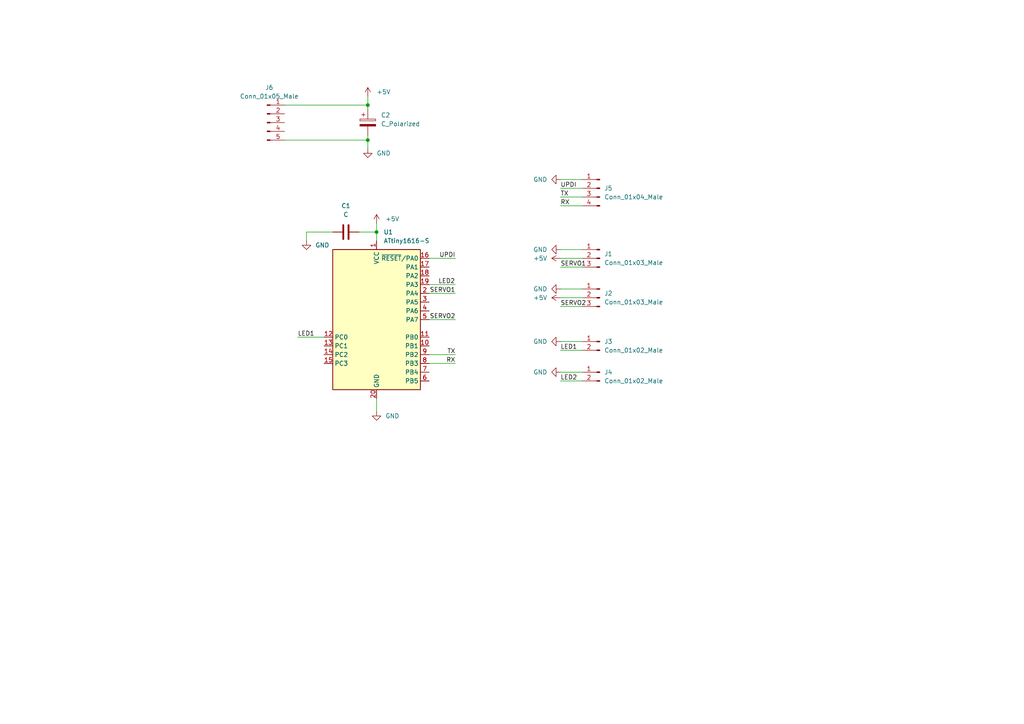
<source format=kicad_sch>
(kicad_sch (version 20211123) (generator eeschema)
  (paper "A4")
  (lib_symbols
    (symbol "Connector:Conn_01x02_Male" (pin_names (offset 1.016) hide)
      (property "Reference" "J" (at 0 2.54 0))
      (property "Value" "Conn_01x02_Male" (at 0 -5.08 0))
      (symbol "Conn_01x02_Male_1_1"
        (polyline (pts (xy 1.27 -2.54) (xy 0.8636 -2.54)) (stroke (width 0.1524)))
        (polyline (pts (xy 1.27 0) (xy 0.8636 0)) (stroke (width 0.1524)))
        (rectangle (start 0.8636 -2.413) (end 0 -2.667) (stroke (width 0.1524)) (fill (type outline)))
        (rectangle (start 0.8636 0.127) (end 0 -0.127) (stroke (width 0.1524)) (fill (type outline)))
        (pin passive line (at 5.08 0 180) (length 3.81) (name "Pin_1") (number "1"))
        (pin passive line (at 5.08 -2.54 180) (length 3.81) (name "Pin_2") (number "2"))
      )
    )
    (symbol "Connector:Conn_01x03_Male" (pin_names (offset 1.016) hide)
      (property "Reference" "J" (at 0 5.08 0))
      (property "Value" "Conn_01x03_Male" (at 0 -5.08 0))
      (symbol "Conn_01x03_Male_1_1"
        (polyline (pts (xy 1.27 -2.54) (xy 0.8636 -2.54)) (stroke (width 0.1524)))
        (polyline (pts (xy 1.27 0) (xy 0.8636 0)) (stroke (width 0.1524)))
        (polyline (pts (xy 1.27 2.54) (xy 0.8636 2.54)) (stroke (width 0.1524)))
        (rectangle (start 0.8636 -2.413) (end 0 -2.667) (stroke (width 0.1524)) (fill (type outline)))
        (rectangle (start 0.8636 0.127) (end 0 -0.127) (stroke (width 0.1524)) (fill (type outline)))
        (rectangle (start 0.8636 2.667) (end 0 2.413) (stroke (width 0.1524)) (fill (type outline)))
        (pin passive line (at 5.08 2.54 180) (length 3.81) (name "Pin_1") (number "1"))
        (pin passive line (at 5.08 0 180) (length 3.81) (name "Pin_2") (number "2"))
        (pin passive line (at 5.08 -2.54 180) (length 3.81) (name "Pin_3") (number "3"))
      )
    )
    (symbol "Connector:Conn_01x04_Male" (pin_names (offset 1.016) hide)
      (property "Reference" "J" (at 0 5.08 0))
      (property "Value" "Conn_01x04_Male" (at 0 -7.62 0))
      (symbol "Conn_01x04_Male_1_1"
        (polyline (pts (xy 1.27 -5.08) (xy 0.8636 -5.08)) (stroke (width 0.1524)))
        (polyline (pts (xy 1.27 -2.54) (xy 0.8636 -2.54)) (stroke (width 0.1524)))
        (polyline (pts (xy 1.27 0) (xy 0.8636 0)) (stroke (width 0.1524)))
        (polyline (pts (xy 1.27 2.54) (xy 0.8636 2.54)) (stroke (width 0.1524)))
        (rectangle (start 0.8636 -4.953) (end 0 -5.207) (stroke (width 0.1524)) (fill (type outline)))
        (rectangle (start 0.8636 -2.413) (end 0 -2.667) (stroke (width 0.1524)) (fill (type outline)))
        (rectangle (start 0.8636 0.127) (end 0 -0.127) (stroke (width 0.1524)) (fill (type outline)))
        (rectangle (start 0.8636 2.667) (end 0 2.413) (stroke (width 0.1524)) (fill (type outline)))
        (pin passive line (at 5.08 2.54 180) (length 3.81) (name "Pin_1") (number "1"))
        (pin passive line (at 5.08 0 180) (length 3.81) (name "Pin_2") (number "2"))
        (pin passive line (at 5.08 -2.54 180) (length 3.81) (name "Pin_3") (number "3"))
        (pin passive line (at 5.08 -5.08 180) (length 3.81) (name "Pin_4") (number "4"))
      )
    )
    (symbol "Connector:Conn_01x05_Male" (pin_names (offset 1.016) hide)
      (property "Reference" "J" (at 0 7.62 0))
      (property "Value" "Conn_01x05_Male" (at 0 -7.62 0))
      (symbol "Conn_01x05_Male_1_1"
        (polyline (pts (xy 1.27 -5.08) (xy 0.8636 -5.08)) (stroke (width 0.1524)))
        (polyline (pts (xy 1.27 -2.54) (xy 0.8636 -2.54)) (stroke (width 0.1524)))
        (polyline (pts (xy 1.27 0) (xy 0.8636 0)) (stroke (width 0.1524)))
        (polyline (pts (xy 1.27 2.54) (xy 0.8636 2.54)) (stroke (width 0.1524)))
        (polyline (pts (xy 1.27 5.08) (xy 0.8636 5.08)) (stroke (width 0.1524)))
        (rectangle (start 0.8636 -4.953) (end 0 -5.207) (stroke (width 0.1524)) (fill (type outline)))
        (rectangle (start 0.8636 -2.413) (end 0 -2.667) (stroke (width 0.1524)) (fill (type outline)))
        (rectangle (start 0.8636 0.127) (end 0 -0.127) (stroke (width 0.1524)) (fill (type outline)))
        (rectangle (start 0.8636 2.667) (end 0 2.413) (stroke (width 0.1524)) (fill (type outline)))
        (rectangle (start 0.8636 5.207) (end 0 4.953) (stroke (width 0.1524)) (fill (type outline)))
        (pin passive line (at 5.08 5.08 180) (length 3.81) (name "Pin_1") (number "1"))
        (pin passive line (at 5.08 2.54 180) (length 3.81) (name "Pin_2") (number "2"))
        (pin passive line (at 5.08 0 180) (length 3.81) (name "Pin_3") (number "3"))
        (pin passive line (at 5.08 -2.54 180) (length 3.81) (name "Pin_4") (number "4"))
        (pin passive line (at 5.08 -5.08 180) (length 3.81) (name "Pin_5") (number "5"))
      )
    )
    (symbol "Device:C" (pin_numbers hide) (pin_names (offset 0.254))
      (property "Reference" "C" (at 0.635 2.54 0))
      (property "Value" "C" (at 0.635 -2.54 0))
      (symbol "C_0_1"
        (polyline (pts (xy -2.032 -0.762) (xy 2.032 -0.762)) (stroke (width 0.508)))
        (polyline (pts (xy -2.032 0.762) (xy 2.032 0.762)) (stroke (width 0.508)))
      )
      (symbol "C_1_1"
        (pin passive line (at 0 3.81 270) (length 2.794) (name "~") (number "1"))
        (pin passive line (at 0 -3.81 90) (length 2.794) (name "~") (number "2"))
      )
    )
    (symbol "Device:C_Polarized" (pin_numbers hide) (pin_names (offset 0.254))
      (property "Reference" "C" (at 0.635 2.54 0))
      (property "Value" "C_Polarized" (at 0.635 -2.54 0))
      (symbol "C_Polarized_0_1"
        (rectangle (start -2.286 0.508) (end 2.286 1.016))
        (polyline (pts (xy -1.778 2.286) (xy -0.762 2.286)))
        (polyline (pts (xy -1.27 2.794) (xy -1.27 1.778)))
        (rectangle (start 2.286 -0.508) (end -2.286 -1.016) (fill (type outline)))
      )
      (symbol "C_Polarized_1_1"
        (pin passive line (at 0 3.81 270) (length 2.794) (name "~") (number "1"))
        (pin passive line (at 0 -3.81 90) (length 2.794) (name "~") (number "2"))
      )
    )
    (symbol "MCU_Microchip_ATtiny:ATtiny1616-S"
      (property "Reference" "U" (at -12.7 21.59 0))
      (property "Value" "ATtiny1616-S" (at 2.54 -21.59 0))
      (symbol "ATtiny1616-S_0_1"
        (rectangle (start -12.7 -20.32) (end 12.7 20.32) (stroke (width 0.254)) (fill (type background)))
      )
      (symbol "ATtiny1616-S_1_1"
        (pin power_in line (at 0 22.86 270) (length 2.54) (name "VCC") (number "1"))
        (pin bidirectional line (at 15.24 -7.62 180) (length 2.54) (name "PB1") (number "10"))
        (pin bidirectional line (at 15.24 -5.08 180) (length 2.54) (name "PB0") (number "11"))
        (pin bidirectional line (at -15.24 -5.08 0) (length 2.54) (name "PC0") (number "12"))
        (pin bidirectional line (at -15.24 -7.62 0) (length 2.54) (name "PC1") (number "13"))
        (pin bidirectional line (at -15.24 -10.16 0) (length 2.54) (name "PC2") (number "14"))
        (pin bidirectional line (at -15.24 -12.7 0) (length 2.54) (name "PC3") (number "15"))
        (pin bidirectional line (at 15.24 17.78 180) (length 2.54) (name "~{RESET}/PA0") (number "16"))
        (pin bidirectional line (at 15.24 15.24 180) (length 2.54) (name "PA1") (number "17"))
        (pin bidirectional line (at 15.24 12.7 180) (length 2.54) (name "PA2") (number "18"))
        (pin bidirectional line (at 15.24 10.16 180) (length 2.54) (name "PA3") (number "19"))
        (pin bidirectional line (at 15.24 7.62 180) (length 2.54) (name "PA4") (number "2"))
        (pin power_in line (at 0 -22.86 90) (length 2.54) (name "GND") (number "20"))
        (pin bidirectional line (at 15.24 5.08 180) (length 2.54) (name "PA5") (number "3"))
        (pin bidirectional line (at 15.24 2.54 180) (length 2.54) (name "PA6") (number "4"))
        (pin bidirectional line (at 15.24 0 180) (length 2.54) (name "PA7") (number "5"))
        (pin bidirectional line (at 15.24 -17.78 180) (length 2.54) (name "PB5") (number "6"))
        (pin bidirectional line (at 15.24 -15.24 180) (length 2.54) (name "PB4") (number "7"))
        (pin bidirectional line (at 15.24 -12.7 180) (length 2.54) (name "PB3") (number "8"))
        (pin bidirectional line (at 15.24 -10.16 180) (length 2.54) (name "PB2") (number "9"))
      )
    )
    (symbol "power:+5V" (power) (pin_names (offset 0))
      (property "Value" "+5V" (at 0 3.556 0))
      (symbol "+5V_0_1"
        (polyline (pts (xy -0.762 1.27) (xy 0 2.54)))
        (polyline (pts (xy 0 0) (xy 0 2.54)))
        (polyline (pts (xy 0 2.54) (xy 0.762 1.27)))
      )
      (symbol "+5V_1_1"
        (pin power_in line (at 0 0 90) (length 0) hide (name "+5V") (number "1"))
      )
    )
    (symbol "power:GND" (power) (pin_names (offset 0))
      (property "Value" "GND" (at 0 -3.81 0))
      (symbol "GND_0_1"
        (polyline (pts (xy 0 0) (xy 0 -1.27) (xy 1.27 -1.27) (xy 0 -2.54) (xy -1.27 -1.27) (xy 0 -1.27)))
      )
      (symbol "GND_1_1"
        (pin power_in line (at 0 0 270) (length 0) hide (name "GND") (number "1"))
      )
    )
  )
  (junction (at 109.22 67.31))
  (junction (at 106.68 30.48))
  (junction (at 106.68 40.64))
  (wire (pts (xy 106.68 40.64) (xy 106.68 43.18)))
  (wire (pts (xy 162.56 101.6) (xy 168.91 101.6)))
  (wire (pts (xy 82.55 30.48) (xy 106.68 30.48)))
  (wire (pts (xy 106.68 39.37) (xy 106.68 40.64)))
  (wire (pts (xy 162.56 83.82) (xy 168.91 83.82)))
  (wire (pts (xy 109.22 67.31) (xy 109.22 69.85)))
  (wire (pts (xy 162.56 72.39) (xy 168.91 72.39)))
  (wire (pts (xy 162.56 57.15) (xy 168.91 57.15)))
  (wire (pts (xy 162.56 52.07) (xy 168.91 52.07)))
  (wire (pts (xy 106.68 30.48) (xy 106.68 31.75)))
  (wire (pts (xy 124.46 82.55) (xy 132.08 82.55)))
  (wire (pts (xy 162.56 110.49) (xy 168.91 110.49)))
  (wire (pts (xy 162.56 86.36) (xy 168.91 86.36)))
  (wire (pts (xy 162.56 59.69) (xy 168.91 59.69)))
  (wire (pts (xy 104.14 67.31) (xy 109.22 67.31)))
  (wire (pts (xy 109.22 64.77) (xy 109.22 67.31)))
  (wire (pts (xy 162.56 107.95) (xy 168.91 107.95)))
  (wire (pts (xy 162.56 74.93) (xy 168.91 74.93)))
  (wire (pts (xy 162.56 77.47) (xy 168.91 77.47)))
  (wire (pts (xy 109.22 119.38) (xy 109.22 115.57)))
  (wire (pts (xy 124.46 105.41) (xy 132.08 105.41)))
  (wire (pts (xy 162.56 54.61) (xy 168.91 54.61)))
  (wire (pts (xy 96.52 67.31) (xy 88.9 67.31)))
  (wire (pts (xy 162.56 88.9) (xy 168.91 88.9)))
  (wire (pts (xy 162.56 99.06) (xy 168.91 99.06)))
  (wire (pts (xy 88.9 67.31) (xy 88.9 69.85)))
  (wire (pts (xy 124.46 74.93) (xy 132.08 74.93)))
  (wire (pts (xy 82.55 40.64) (xy 106.68 40.64)))
  (wire (pts (xy 124.46 92.71) (xy 132.08 92.71)))
  (wire (pts (xy 124.46 85.09) (xy 132.08 85.09)))
  (wire (pts (xy 124.46 102.87) (xy 132.08 102.87)))
  (wire (pts (xy 106.68 27.94) (xy 106.68 30.48)))
  (wire (pts (xy 86.36 97.79) (xy 93.98 97.79)))
  (label "LED2" (at 162.56 110.49 0))
  (label "SERVO1" (at 132.08 85.09 180))
  (label "TX" (at 162.56 57.15 0))
  (label "UPDI" (at 162.56 54.61 0))
  (label "LED2" (at 131.9823 82.55 180))
  (label "RX" (at 132.08 105.41 180))
  (label "LED1" (at 86.36 97.79 0))
  (label "TX" (at 132.08 102.87 180))
  (label "SERVO2" (at 132.08 92.71 180))
  (label "LED1" (at 162.56 101.6 0))
  (label "SERVO1" (at 162.56 77.47 0))
  (label "RX" (at 162.56 59.69 0))
  (label "SERVO2" (at 162.56 88.9 0))
  (label "UPDI" (at 132.08 74.93 180))
  (symbol (lib_id "power:+5V") (at 162.56 74.93 90) (unit 1)
    (property "Reference" "#PWR0109" (effects hide))
    (property "Value" "+5V" (at 158.75 74.9299 90) (effects (justify left)))
  )
  (symbol (lib_id "power:GND") (at 162.56 83.82 270) (unit 1)
    (property "Reference" "#PWR0107" (effects hide))
    (property "Value" "GND" (at 158.75 83.8199 90) (effects (justify right)))
  )
  (symbol (lib_id "power:+5V") (at 109.22 64.77 0) (unit 1)
    (property "Reference" "#PWR0103" (effects hide))
    (property "Value" "+5V" (at 111.76 63.4999 0) (effects (justify left)))
  )
  (symbol (lib_id "Connector:Conn_01x04_Male") (at 173.99 54.61 0) (mirror y) (unit 1)
    (property "Reference" "J5" (at 175.26 54.6099 0) (effects (justify right)))
    (property "Value" "Conn_01x04_Male" (at 175.26 57.1499 0) (effects (justify right)))
    (property "Footprint" "Connector_Molex:Molex_PicoBlade_53047-0410_1x04_P1.25mm_Vertical" (effects hide))
  )
  (symbol (lib_id "power:GND") (at 106.68 43.18 0) (unit 1)
    (property "Reference" "#PWR0112" (effects hide))
    (property "Value" "GND" (at 109.22 44.4499 0) (effects (justify left)))
  )
  (symbol (lib_id "power:+5V") (at 106.68 27.94 0) (unit 1)
    (property "Reference" "#PWR0111" (effects hide))
    (property "Value" "+5V" (at 109.22 26.6699 0) (effects (justify left)))
  )
  (symbol (lib_id "Connector:Conn_01x03_Male") (at 173.99 86.36 0) (mirror y) (unit 1)
    (property "Reference" "J2" (at 175.26 85.0899 0) (effects (justify right)))
    (property "Value" "Conn_01x03_Male" (at 175.26 87.6299 0) (effects (justify right)))
    (property "Footprint" "Connector_PinHeader_2.54mm:PinHeader_1x03_P2.54mm_Vertical" (effects hide))
  )
  (symbol (lib_id "Connector:Conn_01x03_Male") (at 173.99 74.93 0) (mirror y) (unit 1)
    (property "Reference" "J1" (at 175.26 73.6599 0) (effects (justify right)))
    (property "Value" "Conn_01x03_Male" (at 175.26 76.1999 0) (effects (justify right)))
    (property "Footprint" "Connector_PinHeader_2.54mm:PinHeader_1x03_P2.54mm_Vertical" (effects hide))
  )
  (symbol (lib_id "Connector:Conn_01x02_Male") (at 173.99 99.06 0) (mirror y) (unit 1)
    (property "Reference" "J3" (at 175.26 99.0599 0) (effects (justify right)))
    (property "Value" "Conn_01x02_Male" (at 175.26 101.5999 0) (effects (justify right)))
    (property "Footprint" "Connector_PinHeader_2.54mm:PinHeader_1x02_P2.54mm_Vertical" (effects hide))
  )
  (symbol (lib_id "Device:C_Polarized") (at 106.68 35.56 0) (unit 1)
    (property "Reference" "C2" (at 110.49 33.4009 0) (effects (justify left)))
    (property "Value" "C_Polarized" (at 110.49 35.9409 0) (effects (justify left)))
    (property "Footprint" "Capacitor_Tantalum_SMD:CP_EIA-6032-28_Kemet-C_Pad2.25x2.35mm_HandSolder" (effects hide))
  )
  (symbol (lib_id "Device:C") (at 100.33 67.31 90) (unit 1)
    (property "Reference" "C1" (at 100.33 59.69 90))
    (property "Value" "C" (at 100.33 62.23 90))
    (property "Footprint" "Capacitor_SMD:C_0603_1608Metric_Pad1.08x0.95mm_HandSolder" (effects hide))
  )
  (symbol (lib_id "power:GND") (at 109.22 119.38 0) (unit 1)
    (property "Reference" "#PWR0110" (effects hide))
    (property "Value" "GND" (at 111.76 120.6499 0) (effects (justify left)))
  )
  (symbol (lib_id "power:GND") (at 162.56 107.95 270) (unit 1)
    (property "Reference" "#PWR0105" (effects hide))
    (property "Value" "GND" (at 158.75 107.9499 90) (effects (justify right)))
  )
  (symbol (lib_id "MCU_Microchip_ATtiny:ATtiny1616-S") (at 109.22 92.71 0) (unit 1)
    (property "Reference" "U1" (at 111.2394 67.31 0) (effects (justify left)))
    (property "Value" "ATtiny1616-S" (at 111.2394 69.85 0) (effects (justify left)))
    (property "Footprint" "Package_SO:SOIC-20W_7.5x12.8mm_P1.27mm" (effects hide))
    (property "Datasheet" "http://ww1.microchip.com/downloads/en/DeviceDoc/ATtiny3216_ATtiny1616-data-sheet-40001997B.pdf" (effects hide))
  )
  (symbol (lib_id "power:+5V") (at 162.56 86.36 90) (unit 1)
    (property "Reference" "#PWR0108" (effects hide))
    (property "Value" "+5V" (at 158.75 86.3599 90) (effects (justify left)))
  )
  (symbol (lib_id "power:GND") (at 88.9 69.85 0) (unit 1)
    (property "Reference" "#PWR0102" (effects hide))
    (property "Value" "GND" (at 91.44 71.1199 0) (effects (justify left)))
  )
  (symbol (lib_id "power:GND") (at 162.56 99.06 270) (unit 1)
    (property "Reference" "#PWR0104" (effects hide))
    (property "Value" "GND" (at 158.75 99.0599 90) (effects (justify right)))
  )
  (symbol (lib_id "power:GND") (at 162.56 72.39 270) (unit 1)
    (property "Reference" "#PWR0106" (effects hide))
    (property "Value" "GND" (at 158.75 72.3899 90) (effects (justify right)))
  )
  (symbol (lib_id "power:GND") (at 162.56 52.07 270) (unit 1)
    (property "Reference" "#PWR0101" (effects hide))
    (property "Value" "GND" (at 158.75 52.0699 90) (effects (justify right)))
  )
  (symbol (lib_id "Connector:Conn_01x05_Male") (at 77.47 35.56 0) (unit 1)
    (property "Reference" "J6" (at 78.105 25.4 0))
    (property "Value" "Conn_01x05_Male" (at 78.105 27.94 0))
    (property "Footprint" "Connector_PinHeader_2.54mm:PinHeader_1x05_P2.54mm_Vertical" (effects hide))
  )
  (symbol (lib_id "Connector:Conn_01x02_Male") (at 173.99 107.95 0) (mirror y) (unit 1)
    (property "Reference" "J4" (at 175.26 107.9499 0) (effects (justify right)))
    (property "Value" "Conn_01x02_Male" (at 175.26 110.4899 0) (effects (justify right)))
    (property "Footprint" "Connector_PinHeader_2.54mm:PinHeader_1x02_P2.54mm_Vertical" (effects hide))
  )
)
</source>
